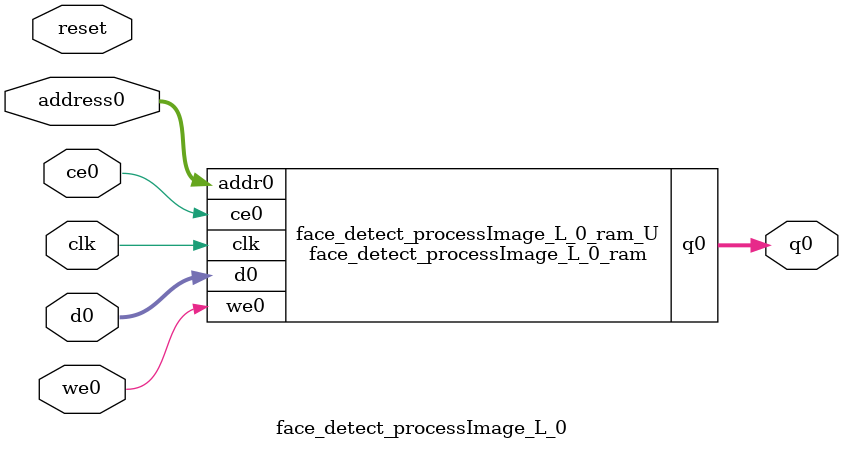
<source format=v>
`timescale 1 ns / 1 ps
module face_detect_processImage_L_0_ram (addr0, ce0, d0, we0, q0,  clk);

parameter DWIDTH = 8;
parameter AWIDTH = 9;
parameter MEM_SIZE = 320;

input[AWIDTH-1:0] addr0;
input ce0;
input[DWIDTH-1:0] d0;
input we0;
output reg[DWIDTH-1:0] q0;
input clk;

reg [DWIDTH-1:0] ram[0:MEM_SIZE-1];




always @(posedge clk)  
begin 
    if (ce0) begin
        if (we0) 
            ram[addr0] <= d0; 
        q0 <= ram[addr0];
    end
end


endmodule

`timescale 1 ns / 1 ps
module face_detect_processImage_L_0(
    reset,
    clk,
    address0,
    ce0,
    we0,
    d0,
    q0);

parameter DataWidth = 32'd8;
parameter AddressRange = 32'd320;
parameter AddressWidth = 32'd9;
input reset;
input clk;
input[AddressWidth - 1:0] address0;
input ce0;
input we0;
input[DataWidth - 1:0] d0;
output[DataWidth - 1:0] q0;



face_detect_processImage_L_0_ram face_detect_processImage_L_0_ram_U(
    .clk( clk ),
    .addr0( address0 ),
    .ce0( ce0 ),
    .we0( we0 ),
    .d0( d0 ),
    .q0( q0 ));

endmodule


</source>
